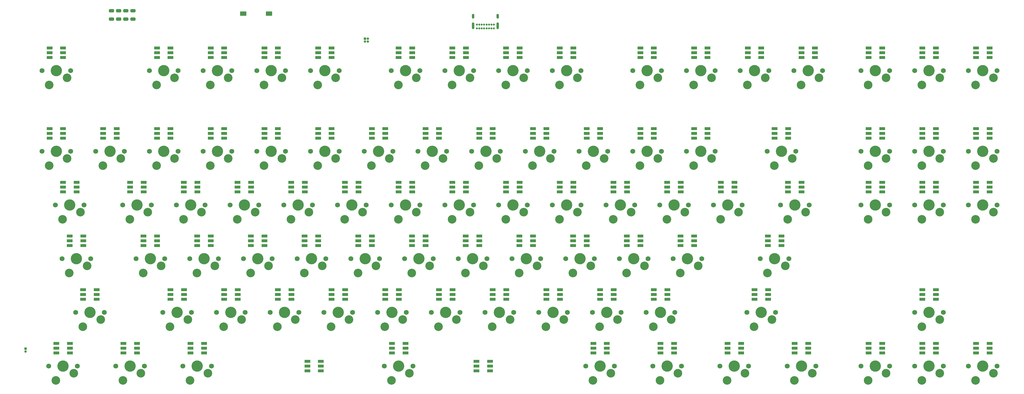
<source format=gts>
G04 #@! TF.GenerationSoftware,KiCad,Pcbnew,7.0.2*
G04 #@! TF.CreationDate,2023-11-07T00:29:41+01:00*
G04 #@! TF.ProjectId,TKLTheSecond,544b4c54-6865-4536-9563-6f6e642e6b69,rev?*
G04 #@! TF.SameCoordinates,Original*
G04 #@! TF.FileFunction,Soldermask,Top*
G04 #@! TF.FilePolarity,Negative*
%FSLAX46Y46*%
G04 Gerber Fmt 4.6, Leading zero omitted, Abs format (unit mm)*
G04 Created by KiCad (PCBNEW 7.0.2) date 2023-11-07 00:29:41*
%MOMM*%
%LPD*%
G01*
G04 APERTURE LIST*
G04 Aperture macros list*
%AMRoundRect*
0 Rectangle with rounded corners*
0 $1 Rounding radius*
0 $2 $3 $4 $5 $6 $7 $8 $9 X,Y pos of 4 corners*
0 Add a 4 corners polygon primitive as box body*
4,1,4,$2,$3,$4,$5,$6,$7,$8,$9,$2,$3,0*
0 Add four circle primitives for the rounded corners*
1,1,$1+$1,$2,$3*
1,1,$1+$1,$4,$5*
1,1,$1+$1,$6,$7*
1,1,$1+$1,$8,$9*
0 Add four rect primitives between the rounded corners*
20,1,$1+$1,$2,$3,$4,$5,0*
20,1,$1+$1,$4,$5,$6,$7,0*
20,1,$1+$1,$6,$7,$8,$9,0*
20,1,$1+$1,$8,$9,$2,$3,0*%
G04 Aperture macros list end*
%ADD10R,0.850000X0.850000*%
%ADD11O,0.850000X0.850000*%
%ADD12C,1.750000*%
%ADD13C,3.050000*%
%ADD14C,4.000000*%
%ADD15R,2.000000X1.100000*%
%ADD16RoundRect,0.250000X0.650000X-0.325000X0.650000X0.325000X-0.650000X0.325000X-0.650000X-0.325000X0*%
%ADD17R,2.180000X1.600000*%
%ADD18C,0.700000*%
%ADD19O,0.900000X1.700000*%
%ADD20O,0.900000X2.400000*%
G04 APERTURE END LIST*
D10*
X34544000Y-160544000D03*
D11*
X34544000Y-161544000D03*
D12*
X264850529Y-147637624D03*
D13*
X263580529Y-150177624D03*
D14*
X259770529Y-147637624D03*
D13*
X257230529Y-152717624D03*
D12*
X254690529Y-147637624D03*
D15*
X85957881Y-85837576D03*
X85957881Y-84137576D03*
X85957881Y-82437576D03*
X81157881Y-82437576D03*
X81157881Y-84137576D03*
X81157881Y-85837576D03*
D12*
X379150625Y-166687640D03*
D13*
X377880625Y-169227640D03*
D14*
X374070625Y-166687640D03*
D13*
X371530625Y-171767640D03*
D12*
X368990625Y-166687640D03*
X300569309Y-147637624D03*
D13*
X299299309Y-150177624D03*
D14*
X295489309Y-147637624D03*
D13*
X292949309Y-152717624D03*
D12*
X290409309Y-147637624D03*
X136262921Y-109537592D03*
D13*
X134992921Y-112077592D03*
D14*
X131182921Y-109537592D03*
D13*
X128642921Y-114617592D03*
D12*
X126102921Y-109537592D03*
X226750497Y-147637624D03*
D13*
X225480497Y-150177624D03*
D14*
X221670497Y-147637624D03*
D13*
X219130497Y-152717624D03*
D12*
X216590497Y-147637624D03*
D15*
X276458041Y-85837576D03*
X276458041Y-84137576D03*
X276458041Y-82437576D03*
X271658041Y-82437576D03*
X271658041Y-84137576D03*
X271658041Y-85837576D03*
D12*
X83875377Y-128587608D03*
D13*
X82605377Y-131127608D03*
D14*
X78795377Y-128587608D03*
D13*
X76255377Y-133667608D03*
D12*
X73715377Y-128587608D03*
D15*
X90682889Y-101487592D03*
X90682889Y-103187592D03*
X90682889Y-104887592D03*
X95482889Y-104887592D03*
X95482889Y-103187592D03*
X95482889Y-101487592D03*
X162157945Y-85837576D03*
X162157945Y-84137576D03*
X162157945Y-82437576D03*
X157357945Y-82437576D03*
X157357945Y-84137576D03*
X157357945Y-85837576D03*
D12*
X307713065Y-90487576D03*
D13*
X306443065Y-93027576D03*
D14*
X302633065Y-90487576D03*
D13*
X300093065Y-95567576D03*
D12*
X297553065Y-90487576D03*
X126737913Y-61912552D03*
D13*
X125467913Y-64452552D03*
D14*
X121657913Y-61912552D03*
D13*
X119117913Y-66992552D03*
D12*
X116577913Y-61912552D03*
X131500417Y-147637624D03*
D13*
X130230417Y-150177624D03*
D14*
X126420417Y-147637624D03*
D13*
X123880417Y-152717624D03*
D12*
X121340417Y-147637624D03*
X69567945Y-90487504D03*
D13*
X68297945Y-93027504D03*
D14*
X64487945Y-90487504D03*
D13*
X61947945Y-95567504D03*
D12*
X59407945Y-90487504D03*
D15*
X204982985Y-101487592D03*
X204982985Y-103187592D03*
X204982985Y-104887592D03*
X209782985Y-104887592D03*
X209782985Y-103187592D03*
X209782985Y-101487592D03*
D12*
X102925393Y-128587608D03*
D13*
X101655393Y-131127608D03*
D14*
X97845393Y-128587608D03*
D13*
X95305393Y-133667608D03*
D12*
X92765393Y-128587608D03*
D15*
X181170465Y-139587624D03*
X181170465Y-141287624D03*
X181170465Y-142987624D03*
X185970465Y-142987624D03*
X185970465Y-141287624D03*
X185970465Y-139587624D03*
X293089309Y-139587624D03*
X293089309Y-141287624D03*
X293089309Y-142987624D03*
X297889309Y-142987624D03*
X297889309Y-141287624D03*
X297889309Y-139587624D03*
X271695537Y-123937608D03*
X271695537Y-122237608D03*
X271695537Y-120537608D03*
X266895537Y-120537608D03*
X266895537Y-122237608D03*
X266895537Y-123937608D03*
X185932969Y-101487592D03*
X185932969Y-103187592D03*
X185932969Y-104887592D03*
X190732969Y-104887592D03*
X190732969Y-103187592D03*
X190732969Y-101487592D03*
D12*
X231513001Y-109537592D03*
D13*
X230243001Y-112077592D03*
D14*
X226433001Y-109537592D03*
D13*
X223893001Y-114617592D03*
D12*
X221353001Y-109537592D03*
X198175473Y-128587608D03*
D13*
X196905473Y-131127608D03*
D14*
X193095473Y-128587608D03*
D13*
X190555473Y-133667608D03*
D12*
X188015473Y-128587608D03*
X243399049Y-166687440D03*
D13*
X242129049Y-169227440D03*
D14*
X238319049Y-166687440D03*
D13*
X235779049Y-171767440D03*
D12*
X233239049Y-166687440D03*
D15*
X47820329Y-101487540D03*
X47820329Y-103187540D03*
X47820329Y-104887540D03*
X52620329Y-104887540D03*
X52620329Y-103187540D03*
X52620329Y-101487540D03*
X147832937Y-101487592D03*
X147832937Y-103187592D03*
X147832937Y-104887592D03*
X152632937Y-104887592D03*
X152632937Y-103187592D03*
X152632937Y-101487592D03*
D12*
X117212905Y-109537592D03*
D13*
X115942905Y-112077592D03*
D14*
X112132905Y-109537592D03*
D13*
X109592905Y-114617592D03*
D12*
X107052905Y-109537592D03*
X241038009Y-90487576D03*
D13*
X239768009Y-93027576D03*
D14*
X235958009Y-90487576D03*
D13*
X233418009Y-95567576D03*
D12*
X230878009Y-90487576D03*
D15*
X290708057Y-53862552D03*
X290708057Y-55562552D03*
X290708057Y-57262552D03*
X295508057Y-57262552D03*
X295508057Y-55562552D03*
X295508057Y-53862552D03*
X371670625Y-53862552D03*
X371670625Y-55562552D03*
X371670625Y-57262552D03*
X376470625Y-57262552D03*
X376470625Y-55562552D03*
X376470625Y-53862552D03*
X43057849Y-53862552D03*
X43057849Y-55562552D03*
X43057849Y-57262552D03*
X47857849Y-57262552D03*
X47857849Y-55562552D03*
X47857849Y-53862552D03*
X119257913Y-53862552D03*
X119257913Y-55562552D03*
X119257913Y-57262552D03*
X124057913Y-57262552D03*
X124057913Y-55562552D03*
X124057913Y-53862552D03*
D12*
X217225489Y-128587608D03*
D13*
X215955489Y-131127608D03*
D14*
X212145489Y-128587608D03*
D13*
X209605489Y-133667608D03*
D12*
X207065489Y-128587608D03*
X76711689Y-166687440D03*
D13*
X75441689Y-169227440D03*
D14*
X71631689Y-166687440D03*
D13*
X69091689Y-171767440D03*
D12*
X66551689Y-166687440D03*
D16*
X67564000Y-43639000D03*
X67564000Y-40689000D03*
D12*
X171961609Y-166687440D03*
D13*
X170691609Y-169227440D03*
D14*
X166881609Y-166687440D03*
D13*
X164341609Y-171767440D03*
D12*
X161801609Y-166687440D03*
D15*
X195495473Y-123937608D03*
X195495473Y-122237608D03*
X195495473Y-120537608D03*
X190695473Y-120537608D03*
X190695473Y-122237608D03*
X190695473Y-123937608D03*
X85920385Y-139587624D03*
X85920385Y-141287624D03*
X85920385Y-142987624D03*
X90720385Y-142987624D03*
X90720385Y-141287624D03*
X90720385Y-139587624D03*
D12*
X107687897Y-90487576D03*
D13*
X106417897Y-93027576D03*
D14*
X102607897Y-90487576D03*
D13*
X100067897Y-95567576D03*
D12*
X97527897Y-90487576D03*
X112450401Y-147637624D03*
D13*
X111180401Y-150177624D03*
D14*
X107370401Y-147637624D03*
D13*
X104830401Y-152717624D03*
D12*
X102290401Y-147637624D03*
X169600449Y-147637624D03*
D13*
X168330449Y-150177624D03*
D14*
X164520449Y-147637624D03*
D13*
X161980449Y-152717624D03*
D12*
X159440449Y-147637624D03*
X245800513Y-147637624D03*
D13*
X244530513Y-150177624D03*
D14*
X240720513Y-147637624D03*
D13*
X238180513Y-152717624D03*
D12*
X235640513Y-147637624D03*
X379150625Y-61912552D03*
D13*
X377880625Y-64452552D03*
D14*
X374070625Y-61912552D03*
D13*
X371530625Y-66992552D03*
D12*
X368990625Y-61912552D03*
X202937977Y-90487576D03*
D13*
X201667977Y-93027576D03*
D14*
X197857977Y-90487576D03*
D13*
X195317977Y-95567576D03*
D12*
X192777977Y-90487576D03*
D15*
X302651813Y-123937608D03*
X302651813Y-122237608D03*
X302651813Y-120537608D03*
X297851813Y-120537608D03*
X297851813Y-122237608D03*
X297851813Y-123937608D03*
D12*
X52938905Y-166687440D03*
D13*
X51668905Y-169227440D03*
D14*
X47858905Y-166687440D03*
D13*
X45318905Y-171767440D03*
D12*
X42778905Y-166687440D03*
X255325521Y-128587608D03*
D13*
X254055521Y-131127608D03*
D14*
X250245521Y-128587608D03*
D13*
X247705521Y-133667608D03*
D12*
X245165521Y-128587608D03*
X274375537Y-128587608D03*
D13*
X273105537Y-131127608D03*
D14*
X269295537Y-128587608D03*
D13*
X266755537Y-133667608D03*
D12*
X264215537Y-128587608D03*
X269613033Y-109537592D03*
D13*
X268343033Y-112077592D03*
D14*
X264533033Y-109537592D03*
D13*
X261993033Y-114617592D03*
D12*
X259453033Y-109537592D03*
X212462985Y-109537592D03*
D13*
X211192985Y-112077592D03*
D14*
X207382985Y-109537592D03*
D13*
X204842985Y-114617592D03*
D12*
X202302985Y-109537592D03*
X221987993Y-90487576D03*
D13*
X220717993Y-93027576D03*
D14*
X216907993Y-90487576D03*
D13*
X214367993Y-95567576D03*
D12*
X211827993Y-90487576D03*
X341050593Y-166687640D03*
D13*
X339780593Y-169227640D03*
D14*
X335970593Y-166687640D03*
D13*
X333430593Y-171767640D03*
D12*
X330890593Y-166687640D03*
X288663049Y-109537592D03*
D13*
X287393049Y-112077592D03*
D14*
X283583049Y-109537592D03*
D13*
X281043049Y-114617592D03*
D12*
X278503049Y-109537592D03*
D15*
X240719049Y-162037440D03*
X240719049Y-160337440D03*
X240719049Y-158637440D03*
X235919049Y-158637440D03*
X235919049Y-160337440D03*
X235919049Y-162037440D03*
X312156489Y-162037440D03*
X312156489Y-160337440D03*
X312156489Y-158637440D03*
X307356489Y-158637440D03*
X307356489Y-160337440D03*
X307356489Y-162037440D03*
X288344009Y-162037440D03*
X288344009Y-160337440D03*
X288344009Y-158637440D03*
X283544009Y-158637440D03*
X283544009Y-160337440D03*
X283544009Y-162037440D03*
D12*
X193412969Y-61912552D03*
D13*
X192142969Y-64452552D03*
D14*
X188332969Y-61912552D03*
D13*
X185792969Y-66992552D03*
D12*
X183252969Y-61912552D03*
D15*
X219270497Y-139587624D03*
X219270497Y-141287624D03*
X219270497Y-142987624D03*
X224070497Y-142987624D03*
X224070497Y-141287624D03*
X224070497Y-139587624D03*
D17*
X120922000Y-41656000D03*
X111742000Y-41656000D03*
D12*
X174362953Y-61912552D03*
D13*
X173092953Y-64452552D03*
D14*
X169282953Y-61912552D03*
D13*
X166742953Y-66992552D03*
D12*
X164202953Y-61912552D03*
X126737913Y-90487576D03*
D13*
X125467913Y-93027576D03*
D14*
X121657913Y-90487576D03*
D13*
X119117913Y-95567576D03*
D12*
X116577913Y-90487576D03*
D15*
X371670625Y-101487592D03*
X371670625Y-103187592D03*
X371670625Y-104887592D03*
X376470625Y-104887592D03*
X376470625Y-103187592D03*
X376470625Y-101487592D03*
D12*
X145787929Y-61912552D03*
D13*
X144517929Y-64452552D03*
D14*
X140707929Y-61912552D03*
D13*
X138167929Y-66992552D03*
D12*
X135627929Y-61912552D03*
X55300329Y-109537540D03*
D13*
X54030329Y-112077540D03*
D14*
X50220329Y-109537540D03*
D13*
X47680329Y-114617540D03*
D12*
X45140329Y-109537540D03*
X155312937Y-109537592D03*
D13*
X154042937Y-112077592D03*
D14*
X150232937Y-109537592D03*
D13*
X147692937Y-114617592D03*
D12*
X145152937Y-109537592D03*
D15*
X352620609Y-139587624D03*
X352620609Y-141287624D03*
X352620609Y-142987624D03*
X357420609Y-142987624D03*
X357420609Y-141287624D03*
X357420609Y-139587624D03*
D12*
X62444079Y-147637540D03*
D13*
X61174079Y-150177540D03*
D14*
X57364079Y-147637540D03*
D13*
X54824079Y-152717540D03*
D12*
X52284079Y-147637540D03*
D15*
X185932969Y-53862552D03*
X185932969Y-55562552D03*
X185932969Y-57262552D03*
X190732969Y-57262552D03*
X190732969Y-55562552D03*
X190732969Y-53862552D03*
X214545489Y-123937608D03*
X214545489Y-122237608D03*
X214545489Y-120537608D03*
X209745489Y-120537608D03*
X209745489Y-122237608D03*
X209745489Y-123937608D03*
D12*
X50537849Y-61912552D03*
D13*
X49267849Y-64452552D03*
D14*
X45457849Y-61912552D03*
D13*
X42917849Y-66992552D03*
D12*
X40377849Y-61912552D03*
D15*
X200220481Y-139587624D03*
X200220481Y-141287624D03*
X200220481Y-142987624D03*
X205020481Y-142987624D03*
X205020481Y-141287624D03*
X205020481Y-139587624D03*
D12*
X360100609Y-166687640D03*
D13*
X358830609Y-169227640D03*
D14*
X355020609Y-166687640D03*
D13*
X352480609Y-171767640D03*
D12*
X349940609Y-166687640D03*
D15*
X281183049Y-101487592D03*
X281183049Y-103187592D03*
X281183049Y-104887592D03*
X285983049Y-104887592D03*
X285983049Y-103187592D03*
X285983049Y-101487592D03*
X166882953Y-53862552D03*
X166882953Y-55562552D03*
X166882953Y-57262552D03*
X171682953Y-57262552D03*
X171682953Y-55562552D03*
X171682953Y-53862552D03*
X143107929Y-85837576D03*
X143107929Y-84137576D03*
X143107929Y-82437576D03*
X138307929Y-82437576D03*
X138307929Y-84137576D03*
X138307929Y-85837576D03*
D12*
X145787929Y-90487576D03*
D13*
X144517929Y-93027576D03*
D14*
X140707929Y-90487576D03*
D13*
X138167929Y-95567576D03*
D12*
X135627929Y-90487576D03*
D15*
X124057913Y-85837576D03*
X124057913Y-84137576D03*
X124057913Y-82437576D03*
X119257913Y-82437576D03*
X119257913Y-84137576D03*
X119257913Y-85837576D03*
X271658041Y-53862552D03*
X271658041Y-55562552D03*
X271658041Y-57262552D03*
X276458041Y-57262552D03*
X276458041Y-55562552D03*
X276458041Y-53862552D03*
D12*
X212462985Y-61912552D03*
D13*
X211192985Y-64452552D03*
D14*
X207382985Y-61912552D03*
D13*
X204842985Y-66992552D03*
D12*
X202302985Y-61912552D03*
D15*
X262133033Y-101487592D03*
X262133033Y-103187592D03*
X262133033Y-104887592D03*
X266933033Y-104887592D03*
X266933033Y-103187592D03*
X266933033Y-101487592D03*
D12*
X360100609Y-109537592D03*
D13*
X358830609Y-112077592D03*
D14*
X355020609Y-109537592D03*
D13*
X352480609Y-114617592D03*
D12*
X349940609Y-109537592D03*
D15*
X233595505Y-123937608D03*
X233595505Y-122237608D03*
X233595505Y-120537608D03*
X228795505Y-120537608D03*
X228795505Y-122237608D03*
X228795505Y-123937608D03*
D12*
X279138041Y-90487576D03*
D13*
X277868041Y-93027576D03*
D14*
X274058041Y-90487576D03*
D13*
X271518041Y-95567576D03*
D12*
X268978041Y-90487576D03*
D15*
X352620609Y-53862552D03*
X352620609Y-55562552D03*
X352620609Y-57262552D03*
X357420609Y-57262552D03*
X357420609Y-55562552D03*
X357420609Y-53862552D03*
D12*
X305331813Y-128587608D03*
D13*
X304061813Y-131127608D03*
D14*
X300251813Y-128587608D03*
D13*
X297711813Y-133667608D03*
D12*
X295171813Y-128587608D03*
X298188057Y-61912552D03*
D13*
X296918057Y-64452552D03*
D14*
X293108057Y-61912552D03*
D13*
X290568057Y-66992552D03*
D12*
X288028057Y-61912552D03*
X314836489Y-166687440D03*
D13*
X313566489Y-169227440D03*
D14*
X309756489Y-166687440D03*
D13*
X307216489Y-171767440D03*
D12*
X304676489Y-166687440D03*
D15*
X333570593Y-101487592D03*
X333570593Y-103187592D03*
X333570593Y-104887592D03*
X338370593Y-104887592D03*
X338370593Y-103187592D03*
X338370593Y-101487592D03*
X124020417Y-139587624D03*
X124020417Y-141287624D03*
X124020417Y-142987624D03*
X128820417Y-142987624D03*
X128820417Y-141287624D03*
X128820417Y-139587624D03*
X162120449Y-139587624D03*
X162120449Y-141287624D03*
X162120449Y-142987624D03*
X166920449Y-142987624D03*
X166920449Y-141287624D03*
X166920449Y-139587624D03*
X199281609Y-168387440D03*
X199281609Y-166687440D03*
X199281609Y-164987440D03*
X194481609Y-164987440D03*
X194481609Y-166687440D03*
X194481609Y-168387440D03*
D16*
X72644000Y-43639000D03*
X72644000Y-40689000D03*
D15*
X105007897Y-85837576D03*
X105007897Y-84137576D03*
X105007897Y-82437576D03*
X100207897Y-82437576D03*
X100207897Y-84137576D03*
X100207897Y-85837576D03*
D16*
X70104000Y-43639000D03*
X70104000Y-40689000D03*
D12*
X57681579Y-128587540D03*
D13*
X56411579Y-131127540D03*
D14*
X52601579Y-128587540D03*
D13*
X50061579Y-133667540D03*
D12*
X47521579Y-128587540D03*
D15*
X169281609Y-162037440D03*
X169281609Y-160337440D03*
X169281609Y-158637440D03*
X164481609Y-158637440D03*
X164481609Y-160337440D03*
X164481609Y-162037440D03*
X66887945Y-85837504D03*
X66887945Y-84137504D03*
X66887945Y-82437504D03*
X62087945Y-82437504D03*
X62087945Y-84137504D03*
X62087945Y-85837504D03*
X224033001Y-101487592D03*
X224033001Y-103187592D03*
X224033001Y-104887592D03*
X228833001Y-104887592D03*
X228833001Y-103187592D03*
X228833001Y-101487592D03*
X238320513Y-139587624D03*
X238320513Y-141287624D03*
X238320513Y-142987624D03*
X243120513Y-142987624D03*
X243120513Y-141287624D03*
X243120513Y-139587624D03*
X243083017Y-101487592D03*
X243083017Y-103187592D03*
X243083017Y-104887592D03*
X247883017Y-104887592D03*
X247883017Y-103187592D03*
X247883017Y-101487592D03*
X100245393Y-123937608D03*
X100245393Y-122237608D03*
X100245393Y-120537608D03*
X95445393Y-120537608D03*
X95445393Y-122237608D03*
X95445393Y-123937608D03*
D12*
X260088025Y-61912552D03*
D13*
X258818025Y-64452552D03*
D14*
X255008025Y-61912552D03*
D13*
X252468025Y-66992552D03*
D12*
X249928025Y-61912552D03*
X231513001Y-61912552D03*
D13*
X230243001Y-64452552D03*
D14*
X226433001Y-61912552D03*
D13*
X223893001Y-66992552D03*
D12*
X221353001Y-61912552D03*
D15*
X128782921Y-101487592D03*
X128782921Y-103187592D03*
X128782921Y-104887592D03*
X133582921Y-104887592D03*
X133582921Y-103187592D03*
X133582921Y-101487592D03*
D12*
X312475569Y-109537592D03*
D13*
X311205569Y-112077592D03*
D14*
X307395569Y-109537592D03*
D13*
X304855569Y-114617592D03*
D12*
X302315569Y-109537592D03*
D15*
X200257977Y-85837576D03*
X200257977Y-84137576D03*
X200257977Y-82437576D03*
X195457977Y-82437576D03*
X195457977Y-84137576D03*
X195457977Y-85837576D03*
X81195377Y-123937608D03*
X81195377Y-122237608D03*
X81195377Y-120537608D03*
X76395377Y-120537608D03*
X76395377Y-122237608D03*
X76395377Y-123937608D03*
X55001579Y-123937540D03*
X55001579Y-122237540D03*
X55001579Y-120537540D03*
X50201579Y-120537540D03*
X50201579Y-122237540D03*
X50201579Y-123937540D03*
X257370529Y-139587624D03*
X257370529Y-141287624D03*
X257370529Y-142987624D03*
X262170529Y-142987624D03*
X262170529Y-141287624D03*
X262170529Y-139587624D03*
X50258905Y-162037440D03*
X50258905Y-160337440D03*
X50258905Y-158637440D03*
X45458905Y-158637440D03*
X45458905Y-160337440D03*
X45458905Y-162037440D03*
D12*
X267211529Y-166687440D03*
D13*
X265941529Y-169227440D03*
D14*
X262131529Y-166687440D03*
D13*
X259591529Y-171767440D03*
D12*
X257051529Y-166687440D03*
D15*
X47857829Y-85837540D03*
X47857829Y-84137540D03*
X47857829Y-82437540D03*
X43057829Y-82437540D03*
X43057829Y-84137540D03*
X43057829Y-85837540D03*
X139281609Y-168387440D03*
X139281609Y-166687440D03*
X139281609Y-164987440D03*
X134481609Y-164987440D03*
X134481609Y-166687440D03*
X134481609Y-168387440D03*
D12*
X79112873Y-109537592D03*
D13*
X77842873Y-112077592D03*
D14*
X74032873Y-109537592D03*
D13*
X71492873Y-114617592D03*
D12*
X68952873Y-109537592D03*
D15*
X352620609Y-101487592D03*
X352620609Y-103187592D03*
X352620609Y-104887592D03*
X357420609Y-104887592D03*
X357420609Y-103187592D03*
X357420609Y-101487592D03*
D12*
X341050593Y-61912552D03*
D13*
X339780593Y-64452552D03*
D14*
X335970593Y-61912552D03*
D13*
X333430593Y-66992552D03*
D12*
X330890593Y-61912552D03*
X179125457Y-128587608D03*
D13*
X177855457Y-131127608D03*
D14*
X174045457Y-128587608D03*
D13*
X171505457Y-133667608D03*
D12*
X168965457Y-128587608D03*
D15*
X138307929Y-53862552D03*
X138307929Y-55562552D03*
X138307929Y-57262552D03*
X143107929Y-57262552D03*
X143107929Y-55562552D03*
X143107929Y-53862552D03*
X376470625Y-162037640D03*
X376470625Y-160337640D03*
X376470625Y-158637640D03*
X371670625Y-158637640D03*
X371670625Y-160337640D03*
X371670625Y-162037640D03*
D12*
X88637881Y-90487576D03*
D13*
X87367881Y-93027576D03*
D14*
X83557881Y-90487576D03*
D13*
X81017881Y-95567576D03*
D12*
X78477881Y-90487576D03*
D15*
X143070433Y-139587624D03*
X143070433Y-141287624D03*
X143070433Y-142987624D03*
X147870433Y-142987624D03*
X147870433Y-141287624D03*
X147870433Y-139587624D03*
X264531529Y-162037440D03*
X264531529Y-160337440D03*
X264531529Y-158637440D03*
X259731529Y-158637440D03*
X259731529Y-160337440D03*
X259731529Y-162037440D03*
X181207961Y-85837576D03*
X181207961Y-84137576D03*
X181207961Y-82437576D03*
X176407961Y-82437576D03*
X176407961Y-84137576D03*
X176407961Y-85837576D03*
D12*
X88637881Y-61912552D03*
D13*
X87367881Y-64452552D03*
D14*
X83557881Y-61912552D03*
D13*
X81017881Y-66992552D03*
D12*
X78477881Y-61912552D03*
D15*
X54964079Y-139587540D03*
X54964079Y-141287540D03*
X54964079Y-142987540D03*
X59764079Y-142987540D03*
X59764079Y-141287540D03*
X59764079Y-139587540D03*
X357420609Y-85837576D03*
X357420609Y-84137576D03*
X357420609Y-82437576D03*
X352620609Y-82437576D03*
X352620609Y-84137576D03*
X352620609Y-85837576D03*
D12*
X379150625Y-90487576D03*
D13*
X377880625Y-93027576D03*
D14*
X374070625Y-90487576D03*
D13*
X371530625Y-95567576D03*
D12*
X368990625Y-90487576D03*
X341050593Y-109537592D03*
D13*
X339780593Y-112077592D03*
D14*
X335970593Y-109537592D03*
D13*
X333430593Y-114617592D03*
D12*
X330890593Y-109537592D03*
D15*
X157395441Y-123937608D03*
X157395441Y-122237608D03*
X157395441Y-120537608D03*
X152595441Y-120537608D03*
X152595441Y-122237608D03*
X152595441Y-123937608D03*
X333570593Y-53862552D03*
X333570593Y-55562552D03*
X333570593Y-57262552D03*
X338370593Y-57262552D03*
X338370593Y-55562552D03*
X338370593Y-53862552D03*
X305033065Y-85837576D03*
X305033065Y-84137576D03*
X305033065Y-82437576D03*
X300233065Y-82437576D03*
X300233065Y-84137576D03*
X300233065Y-85837576D03*
X204982985Y-53862552D03*
X204982985Y-55562552D03*
X204982985Y-57262552D03*
X209782985Y-57262552D03*
X209782985Y-55562552D03*
X209782985Y-53862552D03*
D12*
X279138041Y-61912552D03*
D13*
X277868041Y-64452552D03*
D14*
X274058041Y-61912552D03*
D13*
X271518041Y-66992552D03*
D12*
X268978041Y-61912552D03*
X236275505Y-128587608D03*
D13*
X235005505Y-131127608D03*
D14*
X231195505Y-128587608D03*
D13*
X228655505Y-133667608D03*
D12*
X226115505Y-128587608D03*
X107687897Y-61912552D03*
D13*
X106417897Y-64452552D03*
D14*
X102607897Y-61912552D03*
D13*
X100067897Y-66992552D03*
D12*
X97527897Y-61912552D03*
D15*
X338370593Y-162037640D03*
X338370593Y-160337640D03*
X338370593Y-158637640D03*
X333570593Y-158637640D03*
X333570593Y-160337640D03*
X333570593Y-162037640D03*
X119295409Y-123937608D03*
X119295409Y-122237608D03*
X119295409Y-120537608D03*
X114495409Y-120537608D03*
X114495409Y-122237608D03*
X114495409Y-123937608D03*
D16*
X65024000Y-43639000D03*
X65024000Y-40689000D03*
D15*
X219307993Y-85837576D03*
X219307993Y-84137576D03*
X219307993Y-82437576D03*
X214507993Y-82437576D03*
X214507993Y-84137576D03*
X214507993Y-85837576D03*
X97844169Y-162037440D03*
X97844169Y-160337440D03*
X97844169Y-158637440D03*
X93044169Y-158637440D03*
X93044169Y-160337440D03*
X93044169Y-162037440D03*
D12*
X121975409Y-128587608D03*
D13*
X120705409Y-131127608D03*
D14*
X116895409Y-128587608D03*
D13*
X114355409Y-133667608D03*
D12*
X111815409Y-128587608D03*
D15*
X357420609Y-162037640D03*
X357420609Y-160337640D03*
X357420609Y-158637640D03*
X352620609Y-158637640D03*
X352620609Y-160337640D03*
X352620609Y-162037640D03*
D12*
X207700481Y-147637624D03*
D13*
X206430481Y-150177624D03*
D14*
X202620481Y-147637624D03*
D13*
X200080481Y-152717624D03*
D12*
X197540481Y-147637624D03*
X360100609Y-61912552D03*
D13*
X358830609Y-64452552D03*
D14*
X355020609Y-61912552D03*
D13*
X352480609Y-66992552D03*
D12*
X349940609Y-61912552D03*
X360100609Y-147637624D03*
D13*
X358830609Y-150177624D03*
D14*
X355020609Y-147637624D03*
D13*
X352480609Y-152717624D03*
D12*
X349940609Y-147637624D03*
X164837945Y-90487576D03*
D13*
X163567945Y-93027576D03*
D14*
X159757945Y-90487576D03*
D13*
X157217945Y-95567576D03*
D12*
X154677945Y-90487576D03*
D15*
X304995569Y-101487592D03*
X304995569Y-103187592D03*
X304995569Y-104887592D03*
X309795569Y-104887592D03*
X309795569Y-103187592D03*
X309795569Y-101487592D03*
D12*
X291024009Y-166687440D03*
D13*
X289754009Y-169227440D03*
D14*
X285944009Y-166687440D03*
D13*
X283404009Y-171767440D03*
D12*
X280864009Y-166687440D03*
D10*
X154915062Y-50552512D03*
D11*
X155915062Y-50552512D03*
X154915062Y-51552512D03*
X155915062Y-51552512D03*
D15*
X104970401Y-139587624D03*
X104970401Y-141287624D03*
X104970401Y-142987624D03*
X109770401Y-142987624D03*
X109770401Y-141287624D03*
X109770401Y-139587624D03*
X138345425Y-123937608D03*
X138345425Y-122237608D03*
X138345425Y-120537608D03*
X133545425Y-120537608D03*
X133545425Y-122237608D03*
X133545425Y-123937608D03*
D12*
X98162889Y-109537592D03*
D13*
X96892889Y-112077592D03*
D14*
X93082889Y-109537592D03*
D13*
X90542889Y-114617592D03*
D12*
X88002889Y-109537592D03*
X141025425Y-128587608D03*
D13*
X139755425Y-131127608D03*
D14*
X135945425Y-128587608D03*
D13*
X133405425Y-133667608D03*
D12*
X130865425Y-128587608D03*
X100524169Y-166687440D03*
D13*
X99254169Y-169227440D03*
D14*
X95444169Y-166687440D03*
D13*
X92904169Y-171767440D03*
D12*
X90364169Y-166687440D03*
X379150625Y-109537592D03*
D13*
X377880625Y-112077592D03*
D14*
X374070625Y-109537592D03*
D13*
X371530625Y-114617592D03*
D12*
X368990625Y-109537592D03*
D15*
X81157881Y-53862552D03*
X81157881Y-55562552D03*
X81157881Y-57262552D03*
X85957881Y-57262552D03*
X85957881Y-55562552D03*
X85957881Y-53862552D03*
X252645521Y-123937608D03*
X252645521Y-122237608D03*
X252645521Y-120537608D03*
X247845521Y-120537608D03*
X247845521Y-122237608D03*
X247845521Y-123937608D03*
D12*
X188650465Y-147637624D03*
D13*
X187380465Y-150177624D03*
D14*
X183570465Y-147637624D03*
D13*
X181030465Y-152717624D03*
D12*
X178490465Y-147637624D03*
X150550433Y-147637624D03*
D13*
X149280433Y-150177624D03*
D14*
X145470433Y-147637624D03*
D13*
X142930433Y-152717624D03*
D12*
X140390433Y-147637624D03*
X50537829Y-90487540D03*
D13*
X49267829Y-93027540D03*
D14*
X45457829Y-90487540D03*
D13*
X42917829Y-95567540D03*
D12*
X40377829Y-90487540D03*
D15*
X376470625Y-85837576D03*
X376470625Y-84137576D03*
X376470625Y-82437576D03*
X371670625Y-82437576D03*
X371670625Y-84137576D03*
X371670625Y-85837576D03*
X100207897Y-53862552D03*
X100207897Y-55562552D03*
X100207897Y-57262552D03*
X105007897Y-57262552D03*
X105007897Y-55562552D03*
X105007897Y-53862552D03*
X224033001Y-53862552D03*
X224033001Y-55562552D03*
X224033001Y-57262552D03*
X228833001Y-57262552D03*
X228833001Y-55562552D03*
X228833001Y-53862552D03*
D12*
X160075441Y-128587608D03*
D13*
X158805441Y-131127608D03*
D14*
X154995441Y-128587608D03*
D13*
X152455441Y-133667608D03*
D12*
X149915441Y-128587608D03*
X250563017Y-109537592D03*
D13*
X249293017Y-112077592D03*
D14*
X245483017Y-109537592D03*
D13*
X242943017Y-114617592D03*
D12*
X240403017Y-109537592D03*
D15*
X109732905Y-101487592D03*
X109732905Y-103187592D03*
X109732905Y-104887592D03*
X114532905Y-104887592D03*
X114532905Y-103187592D03*
X114532905Y-101487592D03*
D12*
X174362953Y-109537592D03*
D13*
X173092953Y-112077592D03*
D14*
X169282953Y-109537592D03*
D13*
X166742953Y-114617592D03*
D12*
X164202953Y-109537592D03*
D15*
X74031689Y-162037440D03*
X74031689Y-160337440D03*
X74031689Y-158637440D03*
X69231689Y-158637440D03*
X69231689Y-160337440D03*
X69231689Y-162037440D03*
X309758073Y-53862552D03*
X309758073Y-55562552D03*
X309758073Y-57262552D03*
X314558073Y-57262552D03*
X314558073Y-55562552D03*
X314558073Y-53862552D03*
D12*
X183887961Y-90487576D03*
D13*
X182617961Y-93027576D03*
D14*
X178807961Y-90487576D03*
D13*
X176267961Y-95567576D03*
D12*
X173727961Y-90487576D03*
D15*
X257408025Y-85837576D03*
X257408025Y-84137576D03*
X257408025Y-82437576D03*
X252608025Y-82437576D03*
X252608025Y-84137576D03*
X252608025Y-85837576D03*
X238358009Y-85837576D03*
X238358009Y-84137576D03*
X238358009Y-82437576D03*
X233558009Y-82437576D03*
X233558009Y-84137576D03*
X233558009Y-85837576D03*
X71632873Y-101487592D03*
X71632873Y-103187592D03*
X71632873Y-104887592D03*
X76432873Y-104887592D03*
X76432873Y-103187592D03*
X76432873Y-101487592D03*
D12*
X193412969Y-109537592D03*
D13*
X192142969Y-112077592D03*
D14*
X188332969Y-109537592D03*
D13*
X185792969Y-114617592D03*
D12*
X183252969Y-109537592D03*
X360100609Y-90487576D03*
D13*
X358830609Y-93027576D03*
D14*
X355020609Y-90487576D03*
D13*
X352480609Y-95567576D03*
D12*
X349940609Y-90487576D03*
D15*
X166882953Y-101487592D03*
X166882953Y-103187592D03*
X166882953Y-104887592D03*
X171682953Y-104887592D03*
X171682953Y-103187592D03*
X171682953Y-101487592D03*
D12*
X260088025Y-90487576D03*
D13*
X258818025Y-93027576D03*
D14*
X255008025Y-90487576D03*
D13*
X252468025Y-95567576D03*
D12*
X249928025Y-90487576D03*
X341050593Y-90487576D03*
D13*
X339780593Y-93027576D03*
D14*
X335970593Y-90487576D03*
D13*
X333430593Y-95567576D03*
D12*
X330890593Y-90487576D03*
D15*
X252608025Y-53862552D03*
X252608025Y-55562552D03*
X252608025Y-57262552D03*
X257408025Y-57262552D03*
X257408025Y-55562552D03*
X257408025Y-53862552D03*
X176445457Y-123937608D03*
X176445457Y-122237608D03*
X176445457Y-120537608D03*
X171645457Y-120537608D03*
X171645457Y-122237608D03*
X171645457Y-123937608D03*
D12*
X93400385Y-147637624D03*
D13*
X92130385Y-150177624D03*
D14*
X88320385Y-147637624D03*
D13*
X85780385Y-152717624D03*
D12*
X83240385Y-147637624D03*
D15*
X338370593Y-85837576D03*
X338370593Y-84137576D03*
X338370593Y-82437576D03*
X333570593Y-82437576D03*
X333570593Y-84137576D03*
X333570593Y-85837576D03*
D12*
X317238073Y-61912552D03*
D13*
X315968073Y-64452552D03*
D14*
X312158073Y-61912552D03*
D13*
X309618073Y-66992552D03*
D12*
X307078073Y-61912552D03*
D18*
X194666303Y-46941135D03*
X195516303Y-46941135D03*
X196366303Y-46941135D03*
X197216303Y-46941135D03*
X198066303Y-46941135D03*
X198916303Y-46941135D03*
X199766303Y-46941135D03*
X200616303Y-46941135D03*
X200616303Y-45591135D03*
X199766303Y-45591135D03*
X198916303Y-45591135D03*
X198066303Y-45591135D03*
X197216303Y-45591135D03*
X196366303Y-45591135D03*
X195516303Y-45591135D03*
X194666303Y-45591135D03*
D19*
X193316303Y-42581135D03*
D20*
X193316303Y-45961135D03*
D19*
X201966303Y-42581135D03*
D20*
X201966303Y-45961135D03*
M02*

</source>
